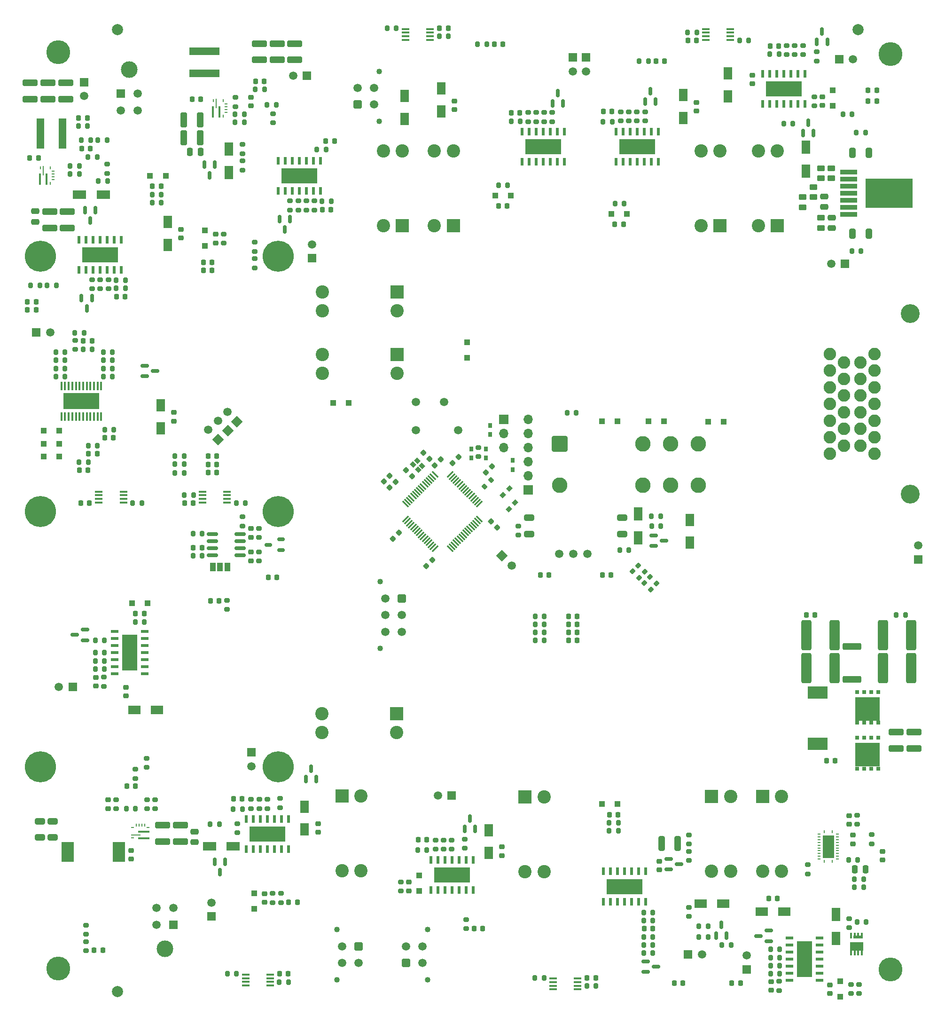
<source format=gbr>
%TF.GenerationSoftware,KiCad,Pcbnew,8.0.5*%
%TF.CreationDate,2025-02-10T13:32:10+01:00*%
%TF.ProjectId,FT25_PDU,46543235-5f50-4445-952e-6b696361645f,V1.2*%
%TF.SameCoordinates,Original*%
%TF.FileFunction,Soldermask,Top*%
%TF.FilePolarity,Negative*%
%FSLAX46Y46*%
G04 Gerber Fmt 4.6, Leading zero omitted, Abs format (unit mm)*
G04 Created by KiCad (PCBNEW 8.0.5) date 2025-02-10 13:32:10*
%MOMM*%
%LPD*%
G01*
G04 APERTURE LIST*
G04 Aperture macros list*
%AMRoundRect*
0 Rectangle with rounded corners*
0 $1 Rounding radius*
0 $2 $3 $4 $5 $6 $7 $8 $9 X,Y pos of 4 corners*
0 Add a 4 corners polygon primitive as box body*
4,1,4,$2,$3,$4,$5,$6,$7,$8,$9,$2,$3,0*
0 Add four circle primitives for the rounded corners*
1,1,$1+$1,$2,$3*
1,1,$1+$1,$4,$5*
1,1,$1+$1,$6,$7*
1,1,$1+$1,$8,$9*
0 Add four rect primitives between the rounded corners*
20,1,$1+$1,$2,$3,$4,$5,0*
20,1,$1+$1,$4,$5,$6,$7,0*
20,1,$1+$1,$6,$7,$8,$9,0*
20,1,$1+$1,$8,$9,$2,$3,0*%
%AMRotRect*
0 Rectangle, with rotation*
0 The origin of the aperture is its center*
0 $1 length*
0 $2 width*
0 $3 Rotation angle, in degrees counterclockwise*
0 Add horizontal line*
21,1,$1,$2,0,0,$3*%
G04 Aperture macros list end*
%ADD10R,1.500000X1.500000*%
%ADD11C,1.500000*%
%ADD12RoundRect,0.200000X0.275000X-0.200000X0.275000X0.200000X-0.275000X0.200000X-0.275000X-0.200000X0*%
%ADD13RoundRect,0.200000X-0.275000X0.200000X-0.275000X-0.200000X0.275000X-0.200000X0.275000X0.200000X0*%
%ADD14RoundRect,0.250000X1.100000X-0.325000X1.100000X0.325000X-1.100000X0.325000X-1.100000X-0.325000X0*%
%ADD15R,0.507200X1.456100*%
%ADD16R,6.502400X2.743200*%
%ADD17R,1.550000X2.200000*%
%ADD18RoundRect,0.200000X-0.200000X-0.275000X0.200000X-0.275000X0.200000X0.275000X-0.200000X0.275000X0*%
%ADD19RoundRect,0.150000X-0.150000X0.587500X-0.150000X-0.587500X0.150000X-0.587500X0.150000X0.587500X0*%
%ADD20RoundRect,0.150000X0.150000X-0.587500X0.150000X0.587500X-0.150000X0.587500X-0.150000X-0.587500X0*%
%ADD21RoundRect,0.250000X0.325000X1.100000X-0.325000X1.100000X-0.325000X-1.100000X0.325000X-1.100000X0*%
%ADD22RoundRect,0.218750X0.218750X0.256250X-0.218750X0.256250X-0.218750X-0.256250X0.218750X-0.256250X0*%
%ADD23R,0.800000X0.860000*%
%ADD24RoundRect,0.250000X0.300000X0.300000X-0.300000X0.300000X-0.300000X-0.300000X0.300000X-0.300000X0*%
%ADD25C,5.600000*%
%ADD26R,2.400000X2.400000*%
%ADD27C,2.400000*%
%ADD28RoundRect,0.225000X-0.250000X0.225000X-0.250000X-0.225000X0.250000X-0.225000X0.250000X0.225000X0*%
%ADD29C,4.300000*%
%ADD30RoundRect,0.250000X-0.300000X0.300000X-0.300000X-0.300000X0.300000X-0.300000X0.300000X0.300000X0*%
%ADD31RoundRect,0.225000X0.225000X0.250000X-0.225000X0.250000X-0.225000X-0.250000X0.225000X-0.250000X0*%
%ADD32R,1.550000X2.350000*%
%ADD33RoundRect,0.250000X-0.650000X0.325000X-0.650000X-0.325000X0.650000X-0.325000X0.650000X0.325000X0*%
%ADD34RoundRect,0.225000X0.250000X-0.225000X0.250000X0.225000X-0.250000X0.225000X-0.250000X-0.225000X0*%
%ADD35RoundRect,0.225000X-0.225000X-0.250000X0.225000X-0.250000X0.225000X0.250000X-0.225000X0.250000X0*%
%ADD36RoundRect,0.200000X0.200000X0.275000X-0.200000X0.275000X-0.200000X-0.275000X0.200000X-0.275000X0*%
%ADD37C,1.020000*%
%ADD38RoundRect,0.250001X0.499999X-0.499999X0.499999X0.499999X-0.499999X0.499999X-0.499999X-0.499999X0*%
%ADD39R,2.200000X1.550000*%
%ADD40RoundRect,0.250000X-0.450000X0.262500X-0.450000X-0.262500X0.450000X-0.262500X0.450000X0.262500X0*%
%ADD41RoundRect,0.150000X0.587500X0.150000X-0.587500X0.150000X-0.587500X-0.150000X0.587500X-0.150000X0*%
%ADD42R,2.350000X1.550000*%
%ADD43RotRect,1.500000X1.500000X135.000000*%
%ADD44RoundRect,0.150000X0.512500X0.150000X-0.512500X0.150000X-0.512500X-0.150000X0.512500X-0.150000X0*%
%ADD45RoundRect,0.250000X-0.475000X0.250000X-0.475000X-0.250000X0.475000X-0.250000X0.475000X0.250000X0*%
%ADD46RotRect,0.800000X0.860000X315.000000*%
%ADD47RoundRect,0.225000X0.017678X-0.335876X0.335876X-0.017678X-0.017678X0.335876X-0.335876X0.017678X0*%
%ADD48C,3.000000*%
%ADD49R,1.520000X1.520000*%
%ADD50C,1.520000*%
%ADD51RoundRect,0.250000X0.450000X-0.262500X0.450000X0.262500X-0.450000X0.262500X-0.450000X-0.262500X0*%
%ADD52RoundRect,0.250000X-0.650000X-2.450000X0.650000X-2.450000X0.650000X2.450000X-0.650000X2.450000X0*%
%ADD53RoundRect,0.250000X0.650000X-0.325000X0.650000X0.325000X-0.650000X0.325000X-0.650000X-0.325000X0*%
%ADD54RoundRect,0.250000X0.300000X-0.300000X0.300000X0.300000X-0.300000X0.300000X-0.300000X-0.300000X0*%
%ADD55RoundRect,0.150000X-0.587500X-0.150000X0.587500X-0.150000X0.587500X0.150000X-0.587500X0.150000X0*%
%ADD56R,1.456100X0.507200*%
%ADD57R,2.743200X6.502400*%
%ADD58RoundRect,0.250000X-0.325000X-0.650000X0.325000X-0.650000X0.325000X0.650000X-0.325000X0.650000X0*%
%ADD59R,1.000000X1.500000*%
%ADD60R,0.600000X0.250000*%
%ADD61R,0.250000X0.600000*%
%ADD62R,0.250000X1.700000*%
%ADD63R,0.400000X2.100000*%
%ADD64RoundRect,0.200000X0.335876X0.053033X0.053033X0.335876X-0.335876X-0.053033X-0.053033X-0.335876X0*%
%ADD65C,3.400000*%
%ADD66C,2.250000*%
%ADD67RoundRect,0.250000X0.250000X0.475000X-0.250000X0.475000X-0.250000X-0.475000X0.250000X-0.475000X0*%
%ADD68R,1.475000X0.450000*%
%ADD69RotRect,1.500000X1.500000X315.000000*%
%ADD70RoundRect,0.218750X-0.218750X-0.256250X0.218750X-0.256250X0.218750X0.256250X-0.218750X0.256250X0*%
%ADD71RoundRect,0.225000X-0.017678X0.335876X-0.335876X0.017678X0.017678X-0.335876X0.335876X-0.017678X0*%
%ADD72RoundRect,0.075000X-0.548008X0.441942X0.441942X-0.548008X0.548008X-0.441942X-0.441942X0.548008X0*%
%ADD73RoundRect,0.075000X-0.548008X-0.441942X-0.441942X-0.548008X0.548008X0.441942X0.441942X0.548008X0*%
%ADD74R,1.450000X5.500000*%
%ADD75R,0.381000X1.016000*%
%ADD76R,2.360000X1.522000*%
%ADD77R,1.701800X0.611400*%
%ADD78RoundRect,0.250000X-1.100000X0.325000X-1.100000X-0.325000X1.100000X-0.325000X1.100000X0.325000X0*%
%ADD79RoundRect,0.225000X-0.335876X-0.017678X-0.017678X-0.335876X0.335876X0.017678X0.017678X0.335876X0*%
%ADD80R,1.700000X1.700000*%
%ADD81O,1.700000X1.700000*%
%ADD82R,0.675000X0.750000*%
%ADD83R,0.675000X0.655000*%
%ADD84R,0.655000X0.675000*%
%ADD85R,4.510000X4.295000*%
%ADD86RoundRect,0.250000X1.425000X-0.362500X1.425000X0.362500X-1.425000X0.362500X-1.425000X-0.362500X0*%
%ADD87C,2.000000*%
%ADD88RotRect,0.875000X0.775000X135.000000*%
%ADD89RoundRect,0.250000X0.475000X-0.250000X0.475000X0.250000X-0.475000X0.250000X-0.475000X-0.250000X0*%
%ADD90RoundRect,0.225000X0.335876X0.017678X0.017678X0.335876X-0.335876X-0.017678X-0.017678X-0.335876X0*%
%ADD91C,2.800000*%
%ADD92RoundRect,0.250000X-1.150000X-1.150000X1.150000X-1.150000X1.150000X1.150000X-1.150000X1.150000X0*%
%ADD93R,0.450000X1.525000*%
%ADD94R,6.500000X2.870000*%
%ADD95RoundRect,0.250000X0.312500X1.075000X-0.312500X1.075000X-0.312500X-1.075000X0.312500X-1.075000X0*%
%ADD96R,2.300000X3.600000*%
%ADD97R,3.060000X0.890000*%
%ADD98R,8.540000X5.350000*%
%ADD99RoundRect,0.250001X-0.499999X0.499999X-0.499999X-0.499999X0.499999X-0.499999X0.499999X0.499999X0*%
%ADD100R,1.700000X0.250000*%
%ADD101R,2.100000X0.400000*%
%ADD102R,5.500000X1.450000*%
%ADD103R,3.600000X2.300000*%
%ADD104RoundRect,0.250000X-0.250000X-0.475000X0.250000X-0.475000X0.250000X0.475000X-0.250000X0.475000X0*%
%ADD105R,2.100000X4.100000*%
%ADD106RoundRect,0.150000X-0.825000X-0.150000X0.825000X-0.150000X0.825000X0.150000X-0.825000X0.150000X0*%
%ADD107RoundRect,0.250000X-0.300000X-0.300000X0.300000X-0.300000X0.300000X0.300000X-0.300000X0.300000X0*%
%ADD108RoundRect,0.250000X0.650000X2.450000X-0.650000X2.450000X-0.650000X-2.450000X0.650000X-2.450000X0*%
%ADD109RoundRect,0.200000X-0.053033X0.335876X-0.335876X0.053033X0.053033X-0.335876X0.335876X-0.053033X0*%
G04 APERTURE END LIST*
D10*
%TO.C,TP2*%
X165320000Y-98460000D03*
D11*
X165320000Y-95960000D03*
%TD*%
D12*
%TO.C,R38*%
X161375000Y-89780000D03*
X161375000Y-88130000D03*
%TD*%
D13*
%TO.C,R75*%
X128645000Y-102310000D03*
X128645000Y-103960000D03*
%TD*%
D14*
%TO.C,C87*%
X162225000Y-62750000D03*
X162225000Y-59800000D03*
%TD*%
D15*
%TO.C,IC2*%
X159209000Y-86371749D03*
X160479000Y-86371749D03*
X161749000Y-86371749D03*
X163019000Y-86371749D03*
X164289000Y-86371749D03*
X165559000Y-86371749D03*
X166829000Y-86371749D03*
X166829000Y-80927849D03*
X165559000Y-80927849D03*
X164289000Y-80927849D03*
X163019000Y-80927849D03*
X161749000Y-80927849D03*
X160479000Y-80927849D03*
X159209000Y-80927849D03*
D16*
X163019000Y-83649799D03*
%TD*%
D17*
%TO.C,D35*%
X139345000Y-91945000D03*
X139345000Y-96045000D03*
%TD*%
D18*
%TO.C,R171*%
X121730000Y-83275000D03*
X123380000Y-83275000D03*
%TD*%
D19*
%TO.C,D36*%
X125700000Y-105597500D03*
X123800000Y-105597500D03*
X124750000Y-107472500D03*
%TD*%
D20*
%TO.C,D32*%
X164190000Y-192252498D03*
X166090000Y-192252498D03*
X165140000Y-190377498D03*
%TD*%
D12*
%TO.C,R132*%
X135615001Y-197600000D03*
X135615001Y-195950000D03*
%TD*%
D18*
%TO.C,R157*%
X155090000Y-68065000D03*
X156740000Y-68065000D03*
%TD*%
D21*
%TO.C,C81*%
X145160000Y-76725000D03*
X142210000Y-76725000D03*
%TD*%
D13*
%TO.C,R128*%
X135545001Y-188490000D03*
X135545001Y-190140000D03*
%TD*%
D22*
%TO.C,D66*%
X267082500Y-70155000D03*
X265507500Y-70155000D03*
%TD*%
D18*
%TO.C,R172*%
X126760000Y-77225000D03*
X128410000Y-77225000D03*
%TD*%
D23*
%TO.C,D2*%
X193990000Y-132805000D03*
X193990000Y-134445000D03*
%TD*%
D24*
%TO.C,D70*%
X220339999Y-127854999D03*
X217540001Y-127854999D03*
%TD*%
D10*
%TO.C,TP13*%
X147190001Y-216990000D03*
D11*
X147190001Y-214490000D03*
%TD*%
D18*
%TO.C,R131*%
X146980000Y-200415000D03*
X148630000Y-200415000D03*
%TD*%
D10*
%TO.C,TP14*%
X261380000Y-99440000D03*
D11*
X258880000Y-99440000D03*
%TD*%
D25*
%TO.C,REF\u002A\u002A*%
X116410000Y-144080000D03*
%TD*%
D13*
%TO.C,R92*%
X254645000Y-207690000D03*
X254645000Y-209340000D03*
%TD*%
D26*
%TO.C,H12*%
X180580000Y-180485000D03*
D27*
X180580000Y-183885000D03*
X167110000Y-180485000D03*
X167110000Y-183885000D03*
%TD*%
D18*
%TO.C,R139*%
X263380001Y-75855000D03*
X265030001Y-75855000D03*
%TD*%
D28*
%TO.C,C37*%
X156795000Y-212900001D03*
X156795000Y-214450001D03*
%TD*%
D18*
%TO.C,R20*%
X119180477Y-118297452D03*
X120830477Y-118297452D03*
%TD*%
D29*
%TO.C,H4*%
X119575000Y-226345000D03*
%TD*%
D14*
%TO.C,C67*%
X138414747Y-203538428D03*
X138414747Y-200588428D03*
%TD*%
D30*
%TO.C,D17*%
X146065000Y-93480000D03*
X146065000Y-96280000D03*
%TD*%
D31*
%TO.C,C35*%
X185980000Y-203145000D03*
X184430000Y-203145000D03*
%TD*%
D18*
%TO.C,R111*%
X225100000Y-220675000D03*
X226750000Y-220675000D03*
%TD*%
D12*
%TO.C,R151*%
X154995000Y-100190000D03*
X154995000Y-98540000D03*
%TD*%
D18*
%TO.C,R31*%
X247950000Y-222935000D03*
X249600000Y-222935000D03*
%TD*%
D22*
%TO.C,D7*%
X213122500Y-167295000D03*
X211547500Y-167295000D03*
%TD*%
D32*
%TO.C,D65*%
X254335000Y-82740000D03*
X254335000Y-78440000D03*
%TD*%
D33*
%TO.C,C60*%
X221205000Y-145200000D03*
X221205000Y-148150000D03*
%TD*%
D12*
%TO.C,R55*%
X250845000Y-61809999D03*
X250845000Y-60159999D03*
%TD*%
D31*
%TO.C,C59*%
X125210000Y-142575000D03*
X123660000Y-142575000D03*
%TD*%
D18*
%TO.C,R28*%
X188233000Y-58485000D03*
X189883000Y-58485000D03*
%TD*%
D34*
%TO.C,C36*%
X166425000Y-201809999D03*
X166425000Y-200259999D03*
%TD*%
D13*
%TO.C,R117*%
X202525000Y-146680000D03*
X202525000Y-148330000D03*
%TD*%
D35*
%TO.C,C40*%
X136560000Y-85505000D03*
X138110000Y-85505000D03*
%TD*%
D36*
%TO.C,R58*%
X249460001Y-61734999D03*
X247810001Y-61734999D03*
%TD*%
D15*
%TO.C,IC3*%
X227711000Y-75638250D03*
X226441000Y-75638250D03*
X225171000Y-75638250D03*
X223901000Y-75638250D03*
X222631000Y-75638250D03*
X221361000Y-75638250D03*
X220091000Y-75638250D03*
X220091000Y-81082150D03*
X221361000Y-81082150D03*
X222631000Y-81082150D03*
X223901000Y-81082150D03*
X225171000Y-81082150D03*
X226441000Y-81082150D03*
X227711000Y-81082150D03*
D16*
X223901000Y-78360200D03*
%TD*%
D17*
%TO.C,D15*%
X182037559Y-69250000D03*
X182037559Y-73350000D03*
%TD*%
D13*
%TO.C,R129*%
X133455000Y-190480000D03*
X133455000Y-192130000D03*
%TD*%
D36*
%TO.C,R34*%
X249600000Y-227315000D03*
X247950000Y-227315000D03*
%TD*%
D25*
%TO.C,REF\u002A\u002A*%
X116410000Y-190080000D03*
%TD*%
D18*
%TO.C,R142*%
X123350000Y-135165000D03*
X125000000Y-135165000D03*
%TD*%
%TO.C,R159*%
X151470000Y-72545000D03*
X153120000Y-72545000D03*
%TD*%
D37*
%TO.C,J5*%
X177445000Y-73795000D03*
X177445000Y-64795000D03*
D38*
X173505000Y-70795000D03*
D11*
X173505000Y-67795000D03*
X176505000Y-70795000D03*
X176505000Y-67795000D03*
%TD*%
D36*
%TO.C,R50*%
X221580000Y-88595000D03*
X219930000Y-88595000D03*
%TD*%
D39*
%TO.C,D11*%
X246345000Y-216165000D03*
X250445000Y-216165000D03*
%TD*%
D40*
%TO.C,R135*%
X258905000Y-82229354D03*
X258905000Y-84054354D03*
%TD*%
D23*
%TO.C,D6*%
X201440000Y-136515000D03*
X201440000Y-134875000D03*
%TD*%
D36*
%TO.C,R94*%
X264690000Y-211725000D03*
X263040000Y-211725000D03*
%TD*%
D18*
%TO.C,R80*%
X126280000Y-167245000D03*
X127930000Y-167245000D03*
%TD*%
%TO.C,R124*%
X195170001Y-59895000D03*
X196820001Y-59895000D03*
%TD*%
D35*
%TO.C,C58*%
X124113529Y-113339864D03*
X125663529Y-113339864D03*
%TD*%
D12*
%TO.C,R3*%
X152815001Y-146670000D03*
X152815001Y-145020000D03*
%TD*%
D36*
%TO.C,R22*%
X143967000Y-141115000D03*
X142317000Y-141115000D03*
%TD*%
%TO.C,R91*%
X264690000Y-210265000D03*
X263040000Y-210265000D03*
%TD*%
D10*
%TO.C,TP12*%
X212339141Y-62292342D03*
D11*
X212339141Y-64792342D03*
%TD*%
D13*
%TO.C,R40*%
X164295000Y-88130000D03*
X164295000Y-89780000D03*
%TD*%
D41*
%TO.C,D12*%
X247652500Y-221450000D03*
X247652500Y-219550000D03*
X245777500Y-220500000D03*
%TD*%
D24*
%TO.C,D77*%
X171929999Y-124525000D03*
X169130001Y-124525000D03*
%TD*%
D42*
%TO.C,D63*%
X146840000Y-204365000D03*
X151140000Y-204365000D03*
%TD*%
D12*
%TO.C,R133*%
X137075000Y-197600000D03*
X137075000Y-195950000D03*
%TD*%
D13*
%TO.C,R120*%
X208614140Y-72222341D03*
X208614140Y-73872341D03*
%TD*%
D12*
%TO.C,R67*%
X157265000Y-197550000D03*
X157265000Y-195900000D03*
%TD*%
D24*
%TO.C,D48*%
X119750000Y-131855000D03*
X116950000Y-131855000D03*
%TD*%
D18*
%TO.C,R16*%
X205530000Y-164375000D03*
X207180000Y-164375000D03*
%TD*%
D13*
%TO.C,R39*%
X162835000Y-88130000D03*
X162835000Y-89780000D03*
%TD*%
D18*
%TO.C,R14*%
X205530000Y-167295000D03*
X207180000Y-167295000D03*
%TD*%
D42*
%TO.C,D72*%
X123429999Y-87035000D03*
X127730001Y-87035000D03*
%TD*%
D35*
%TO.C,C70*%
X131930000Y-193525000D03*
X133480000Y-193525000D03*
%TD*%
D17*
%TO.C,D27*%
X197145000Y-201465001D03*
X197145000Y-205565001D03*
%TD*%
D13*
%TO.C,R35*%
X263865000Y-229250000D03*
X263865000Y-230900000D03*
%TD*%
D31*
%TO.C,C57*%
X226700000Y-219215000D03*
X225150000Y-219215000D03*
%TD*%
%TO.C,C79*%
X145280000Y-69785000D03*
X143730000Y-69785000D03*
%TD*%
D19*
%TO.C,D16*%
X161350000Y-91417499D03*
X159450000Y-91417499D03*
X160400000Y-93292499D03*
%TD*%
D11*
%TO.C,K2*%
X189130000Y-124340000D03*
X184050000Y-124340000D03*
X191670000Y-129420000D03*
X184050000Y-129420000D03*
%TD*%
D20*
%TO.C,Q4*%
X254745000Y-74062499D03*
X253795000Y-75937500D03*
X255695000Y-75937500D03*
%TD*%
D43*
%TO.C,TP17*%
X151820000Y-127900000D03*
D11*
X150052233Y-126132233D03*
%TD*%
D26*
%TO.C,H15*%
X180629999Y-115825000D03*
D27*
X180629999Y-119225000D03*
X167159999Y-115825000D03*
X167159999Y-119225000D03*
%TD*%
D44*
%TO.C,D1*%
X159722500Y-150999999D03*
X159722500Y-149100001D03*
X157447500Y-150050000D03*
%TD*%
D18*
%TO.C,R49*%
X224280000Y-62985000D03*
X225930000Y-62985000D03*
%TD*%
D35*
%TO.C,C45*%
X258040000Y-188985000D03*
X259590000Y-188985000D03*
%TD*%
D24*
%TO.C,D49*%
X119750000Y-134155000D03*
X116950000Y-134155000D03*
%TD*%
D22*
%TO.C,D54*%
X232142500Y-228995000D03*
X230567500Y-228995000D03*
%TD*%
D28*
%TO.C,C46*%
X262115000Y-198820000D03*
X262115000Y-200370000D03*
%TD*%
D35*
%TO.C,C95*%
X123850000Y-78685000D03*
X125400000Y-78685000D03*
%TD*%
D10*
%TO.C,TP4*%
X260299999Y-62600000D03*
D11*
X262799999Y-62600000D03*
%TD*%
D24*
%TO.C,D47*%
X119750000Y-129555000D03*
X116950000Y-129555000D03*
%TD*%
D36*
%TO.C,R83*%
X127910000Y-172475000D03*
X126260000Y-172475000D03*
%TD*%
D12*
%TO.C,R152*%
X158275000Y-74080000D03*
X158275000Y-72430000D03*
%TD*%
D45*
%TO.C,C94*%
X115465000Y-89995000D03*
X115465000Y-91895000D03*
%TD*%
D36*
%TO.C,R145*%
X129370000Y-118294999D03*
X127720000Y-118294999D03*
%TD*%
D12*
%TO.C,R170*%
X128414999Y-83170000D03*
X128414999Y-81520000D03*
%TD*%
D13*
%TO.C,R41*%
X165755000Y-88130000D03*
X165755000Y-89780000D03*
%TD*%
D46*
%TO.C,D4*%
X201931353Y-142505926D03*
X200771697Y-143665582D03*
%TD*%
D47*
%TO.C,C6*%
X179932703Y-148977800D03*
X181028719Y-147881784D03*
%TD*%
D36*
%TO.C,R116*%
X222430000Y-151015000D03*
X220780000Y-151015000D03*
%TD*%
D15*
%TO.C,IC6*%
X161111000Y-199448250D03*
X159841000Y-199448250D03*
X158571000Y-199448250D03*
X157301000Y-199448250D03*
X156031000Y-199448250D03*
X154761000Y-199448250D03*
X153491000Y-199448250D03*
X153491000Y-204892150D03*
X154761000Y-204892150D03*
X156031000Y-204892150D03*
X157301000Y-204892150D03*
X158571000Y-204892150D03*
X159841000Y-204892150D03*
X161111000Y-204892150D03*
D16*
X157301000Y-202170200D03*
%TD*%
D36*
%TO.C,R72*%
X152790000Y-197664999D03*
X151140000Y-197664999D03*
%TD*%
D28*
%TO.C,C44*%
X126365000Y-173930001D03*
X126365000Y-175480001D03*
%TD*%
D34*
%TO.C,C11*%
X154334999Y-152940001D03*
X154334999Y-151390001D03*
%TD*%
D36*
%TO.C,R113*%
X220520000Y-200105000D03*
X218870000Y-200105000D03*
%TD*%
D41*
%TO.C,D40*%
X124442500Y-167240001D03*
X124442500Y-165340001D03*
X122567499Y-166290001D03*
%TD*%
D48*
%TO.C,J9*%
X132379500Y-64505800D03*
D49*
X130879500Y-68825800D03*
D50*
X133879500Y-68825800D03*
X130879500Y-71825800D03*
X133879500Y-71825800D03*
%TD*%
D18*
%TO.C,R143*%
X125000000Y-132235000D03*
X126650000Y-132235000D03*
%TD*%
%TO.C,R21*%
X151683000Y-142575000D03*
X153333000Y-142575000D03*
%TD*%
D47*
%TO.C,C4*%
X185942530Y-153892947D03*
X187038546Y-152796931D03*
%TD*%
D31*
%TO.C,C64*%
X202789140Y-72297341D03*
X201239140Y-72297341D03*
%TD*%
D36*
%TO.C,R168*%
X116270000Y-103335000D03*
X114620000Y-103335000D03*
%TD*%
D26*
%TO.C,H5*%
X246515000Y-195350000D03*
D27*
X249915000Y-195350000D03*
X246515000Y-208820000D03*
X249915000Y-208820000D03*
%TD*%
D32*
%TO.C,D43*%
X259695000Y-216660000D03*
X259695000Y-220960000D03*
%TD*%
D34*
%TO.C,C39*%
X141745000Y-94790000D03*
X141745000Y-93240000D03*
%TD*%
D51*
%TO.C,R141*%
X253745000Y-89254356D03*
X253745000Y-87429356D03*
%TD*%
D22*
%TO.C,D58*%
X208012500Y-155475000D03*
X206437500Y-155475000D03*
%TD*%
D18*
%TO.C,R173*%
X124073528Y-114829864D03*
X125723528Y-114829864D03*
%TD*%
D52*
%TO.C,C52*%
X268185832Y-172259609D03*
X273285832Y-172259609D03*
%TD*%
D14*
%TO.C,C90*%
X117725000Y-69850000D03*
X117725000Y-66900000D03*
%TD*%
D18*
%TO.C,R97*%
X119180477Y-119757452D03*
X120830477Y-119757452D03*
%TD*%
%TO.C,R79*%
X130040000Y-102415000D03*
X131690000Y-102415000D03*
%TD*%
%TO.C,R112*%
X225100000Y-217755000D03*
X226750000Y-217755000D03*
%TD*%
D34*
%TO.C,C34*%
X182785000Y-212360000D03*
X182785000Y-210810000D03*
%TD*%
D36*
%TO.C,R125*%
X200580001Y-85285000D03*
X198930001Y-85285000D03*
%TD*%
D20*
%TO.C,Q6*%
X238125000Y-220407500D03*
X240025000Y-220407500D03*
X239075000Y-218532500D03*
%TD*%
D14*
%TO.C,C91*%
X120925000Y-69850000D03*
X120925000Y-66900000D03*
%TD*%
D53*
%TO.C,C98*%
X118615000Y-202780001D03*
X118615000Y-199829999D03*
%TD*%
D18*
%TO.C,R108*%
X239160000Y-222125000D03*
X240810000Y-222125000D03*
%TD*%
D48*
%TO.C,J11*%
X138824000Y-222794200D03*
D49*
X140324000Y-218474200D03*
D50*
X137324000Y-218474200D03*
X140324000Y-215474200D03*
X137324000Y-215474200D03*
%TD*%
D25*
%TO.C,REF\u002A\u002A*%
X159210000Y-144080000D03*
%TD*%
D54*
%TO.C,D76*%
X193275000Y-116429999D03*
X193275000Y-113630001D03*
%TD*%
D10*
%TO.C,TP5*%
X190500000Y-195230000D03*
D11*
X188000000Y-195230000D03*
%TD*%
D55*
%TO.C,D52*%
X225427500Y-225080000D03*
X225427500Y-226980000D03*
X227302500Y-226030000D03*
%TD*%
D12*
%TO.C,R123*%
X204234140Y-73872341D03*
X204234140Y-72222341D03*
%TD*%
D13*
%TO.C,R156*%
X152795000Y-77990000D03*
X152795000Y-79640000D03*
%TD*%
D24*
%TO.C,D41*%
X135679999Y-160565000D03*
X132880001Y-160565000D03*
%TD*%
D18*
%TO.C,R78*%
X136510000Y-86975000D03*
X138160000Y-86975000D03*
%TD*%
D28*
%TO.C,C53*%
X268075000Y-205300000D03*
X268075000Y-206850000D03*
%TD*%
D31*
%TO.C,C24*%
X169365000Y-77372441D03*
X167815000Y-77372441D03*
%TD*%
D56*
%TO.C,IC8*%
X129778251Y-165649000D03*
X129778251Y-166919000D03*
X129778251Y-168189000D03*
X129778251Y-169459000D03*
X129778251Y-170729000D03*
X129778251Y-171999000D03*
X129778251Y-173269000D03*
X135222151Y-173269000D03*
X135222151Y-171999000D03*
X135222151Y-170729000D03*
X135222151Y-169459000D03*
X135222151Y-168189000D03*
X135222151Y-166919000D03*
X135222151Y-165649000D03*
D57*
X132500201Y-169459000D03*
%TD*%
D12*
%TO.C,R68*%
X155805000Y-197549999D03*
X155805000Y-195899999D03*
%TD*%
D19*
%TO.C,Q2*%
X148743200Y-209025501D03*
X149693200Y-207150500D03*
X147793200Y-207150500D03*
%TD*%
D29*
%TO.C,H3*%
X269575000Y-61695000D03*
%TD*%
D13*
%TO.C,R5*%
X195325000Y-132530000D03*
X195325000Y-134180000D03*
%TD*%
D18*
%TO.C,R148*%
X140640000Y-134065000D03*
X142290000Y-134065000D03*
%TD*%
D12*
%TO.C,R57*%
X255825000Y-71009999D03*
X255825000Y-69359999D03*
%TD*%
D36*
%TO.C,R134*%
X133530000Y-197555000D03*
X131880000Y-197555000D03*
%TD*%
D13*
%TO.C,R2*%
X155795000Y-151340000D03*
X155795000Y-152990000D03*
%TD*%
D58*
%TO.C,C73*%
X262719999Y-79481855D03*
X265669999Y-79481855D03*
%TD*%
D33*
%TO.C,C61*%
X204425000Y-145200000D03*
X204425000Y-148150000D03*
%TD*%
D24*
%TO.C,D71*%
X228739999Y-127855001D03*
X225940001Y-127855001D03*
%TD*%
D36*
%TO.C,R51*%
X219389999Y-73854999D03*
X217739999Y-73854999D03*
%TD*%
%TO.C,R82*%
X127910000Y-170985000D03*
X126260000Y-170985000D03*
%TD*%
D59*
%TO.C,JP1*%
X147475000Y-154095000D03*
X148775000Y-154095000D03*
X150075000Y-154095000D03*
%TD*%
D13*
%TO.C,R66*%
X159574999Y-195729999D03*
X159574999Y-197379999D03*
%TD*%
D12*
%TO.C,R130*%
X130035000Y-197610000D03*
X130035000Y-195960000D03*
%TD*%
D34*
%TO.C,C33*%
X199555000Y-206030000D03*
X199555000Y-204480000D03*
%TD*%
D60*
%TO.C,IC17*%
X149810000Y-72209999D03*
X149810000Y-71709999D03*
X149810000Y-71209999D03*
X149810000Y-70709999D03*
D61*
X149340000Y-70059999D03*
D62*
X148040000Y-70609999D03*
D61*
X147540000Y-70059999D03*
D63*
X147460000Y-72109999D03*
X148620000Y-72109999D03*
D61*
X149340000Y-72859999D03*
%TD*%
D54*
%TO.C,D25*%
X259165000Y-71040000D03*
X259165000Y-68240000D03*
%TD*%
D14*
%TO.C,C68*%
X141614747Y-203538427D03*
X141614747Y-200588427D03*
%TD*%
D64*
%TO.C,R6*%
X224244576Y-155993363D03*
X223077850Y-154826637D03*
%TD*%
D22*
%TO.C,D38*%
X115632500Y-107795000D03*
X114057500Y-107795000D03*
%TD*%
D18*
%TO.C,R101*%
X132989999Y-142575000D03*
X134639999Y-142575000D03*
%TD*%
D22*
%TO.C,D22*%
X228852500Y-62985000D03*
X227277500Y-62985000D03*
%TD*%
D55*
%TO.C,Q3*%
X228751047Y-149335951D03*
X226876046Y-148385951D03*
X226876046Y-150285951D03*
%TD*%
D13*
%TO.C,R52*%
X256244999Y-61299999D03*
X256244999Y-62949999D03*
%TD*%
D36*
%TO.C,R30*%
X234657000Y-57815001D03*
X233007000Y-57815001D03*
%TD*%
D18*
%TO.C,R167*%
X123230000Y-74645000D03*
X124880000Y-74645000D03*
%TD*%
D65*
%TO.C,J10*%
X273150000Y-140950000D03*
X273150000Y-108450000D03*
D66*
X258650000Y-133700000D03*
X258650000Y-130700000D03*
X258650000Y-127700000D03*
X258650000Y-124700000D03*
X258650000Y-121700000D03*
X258650000Y-118700000D03*
X258650000Y-115700000D03*
X261150000Y-132200000D03*
X261150000Y-129200000D03*
X261150000Y-126200000D03*
X261150000Y-123200000D03*
X261150000Y-120200000D03*
X261150000Y-117200000D03*
X264150000Y-132200000D03*
X264150000Y-129200000D03*
X264150000Y-126200000D03*
X264150000Y-123200000D03*
X264150000Y-120200000D03*
X264150000Y-117200000D03*
X266650000Y-133700000D03*
X266650000Y-130700000D03*
X266650000Y-127700000D03*
X266650000Y-124700000D03*
X266650000Y-121700000D03*
X266650000Y-118700000D03*
X266650000Y-115700000D03*
%TD*%
D67*
%TO.C,C83*%
X145245001Y-79315000D03*
X143345001Y-79315000D03*
%TD*%
D12*
%TO.C,R103*%
X233195000Y-206930000D03*
X233195000Y-205280000D03*
%TD*%
D26*
%TO.C,H14*%
X190775001Y-92620000D03*
D27*
X187375001Y-92620000D03*
X190775001Y-79150000D03*
X187375001Y-79150000D03*
%TD*%
D36*
%TO.C,R126*%
X202849141Y-73797341D03*
X201199141Y-73797341D03*
%TD*%
D13*
%TO.C,R71*%
X158255000Y-212850001D03*
X158255000Y-214500001D03*
%TD*%
D68*
%TO.C,U3*%
X131337001Y-142430002D03*
X131337001Y-141780002D03*
X131337001Y-141130002D03*
X131337001Y-140480002D03*
X126913001Y-140480002D03*
X126913001Y-141130002D03*
X126913001Y-141780002D03*
X126913001Y-142430002D03*
%TD*%
D69*
%TO.C,TP11*%
X199560553Y-152033274D03*
D11*
X201328320Y-153801041D03*
%TD*%
D22*
%TO.C,D62*%
X199742501Y-59895000D03*
X198167501Y-59895000D03*
%TD*%
D39*
%TO.C,D51*%
X239445000Y-214674999D03*
X235345000Y-214674999D03*
%TD*%
D13*
%TO.C,R42*%
X149425000Y-94100000D03*
X149425000Y-95750000D03*
%TD*%
D64*
%TO.C,R4*%
X226339429Y-158095789D03*
X225172703Y-156929063D03*
%TD*%
D70*
%TO.C,D14*%
X240937500Y-229025000D03*
X242512500Y-229025000D03*
%TD*%
D71*
%TO.C,C3*%
X188530018Y-134654210D03*
X187434002Y-135750226D03*
%TD*%
D54*
%TO.C,D29*%
X184665000Y-212440001D03*
X184665000Y-209640001D03*
%TD*%
D72*
%TO.C,U2*%
X187473819Y-137425519D03*
X187120266Y-137779072D03*
X186766713Y-138132625D03*
X186413159Y-138486179D03*
X186059606Y-138839732D03*
X185706052Y-139193286D03*
X185352499Y-139546839D03*
X184998946Y-139900392D03*
X184645392Y-140253946D03*
X184291839Y-140607499D03*
X183938286Y-140961052D03*
X183584732Y-141314606D03*
X183231179Y-141668159D03*
X182877625Y-142021713D03*
X182524072Y-142375266D03*
X182170519Y-142728819D03*
D73*
X182170519Y-145451181D03*
X182524072Y-145804734D03*
X182877625Y-146158287D03*
X183231179Y-146511841D03*
X183584732Y-146865394D03*
X183938286Y-147218948D03*
X184291839Y-147572501D03*
X184645392Y-147926054D03*
X184998946Y-148279608D03*
X185352499Y-148633161D03*
X185706052Y-148986714D03*
X186059606Y-149340268D03*
X186413159Y-149693821D03*
X186766713Y-150047375D03*
X187120266Y-150400928D03*
X187473819Y-150754481D03*
D72*
X190196181Y-150754481D03*
X190549734Y-150400928D03*
X190903287Y-150047375D03*
X191256841Y-149693821D03*
X191610394Y-149340268D03*
X191963948Y-148986714D03*
X192317501Y-148633161D03*
X192671054Y-148279608D03*
X193024608Y-147926054D03*
X193378161Y-147572501D03*
X193731714Y-147218948D03*
X194085268Y-146865394D03*
X194438821Y-146511841D03*
X194792375Y-146158287D03*
X195145928Y-145804734D03*
X195499481Y-145451181D03*
D73*
X195499481Y-142728819D03*
X195145928Y-142375266D03*
X194792375Y-142021713D03*
X194438821Y-141668159D03*
X194085268Y-141314606D03*
X193731714Y-140961052D03*
X193378161Y-140607499D03*
X193024608Y-140253946D03*
X192671054Y-139900392D03*
X192317501Y-139546839D03*
X191963948Y-139193286D03*
X191610394Y-138839732D03*
X191256841Y-138486179D03*
X190903287Y-138132625D03*
X190549734Y-137779072D03*
X190196181Y-137425519D03*
%TD*%
D12*
%TO.C,R46*%
X223865000Y-73740000D03*
X223865000Y-72090000D03*
%TD*%
D13*
%TO.C,R160*%
X152795000Y-80950000D03*
X152795000Y-82600000D03*
%TD*%
%TO.C,R74*%
X127185000Y-102310000D03*
X127185000Y-103960000D03*
%TD*%
D53*
%TO.C,C66*%
X116314746Y-202788428D03*
X116314746Y-199838428D03*
%TD*%
D13*
%TO.C,R102*%
X233265000Y-215360000D03*
X233265000Y-217010000D03*
%TD*%
D26*
%TO.C,H7*%
X238835000Y-92630000D03*
D27*
X235435000Y-92630000D03*
X238835000Y-79160000D03*
X235435000Y-79160000D03*
%TD*%
D14*
%TO.C,C97*%
X273785000Y-186720001D03*
X273785000Y-183769999D03*
%TD*%
D74*
%TO.C,L4*%
X116375000Y-76000000D03*
X120375000Y-76000000D03*
%TD*%
D31*
%TO.C,C16*%
X143917000Y-142575000D03*
X142367000Y-142575000D03*
%TD*%
D71*
%TO.C,C7*%
X191705582Y-134284210D03*
X190609566Y-135380226D03*
%TD*%
D18*
%TO.C,R43*%
X166210000Y-78875000D03*
X167860000Y-78875000D03*
%TD*%
D22*
%TO.C,D18*%
X147322500Y-100625000D03*
X145747500Y-100625000D03*
%TD*%
D35*
%TO.C,C96*%
X123280000Y-73185000D03*
X124830000Y-73185000D03*
%TD*%
D64*
%TO.C,R8*%
X227388363Y-157038363D03*
X226221637Y-155871637D03*
%TD*%
D36*
%TO.C,R155*%
X265170000Y-218014999D03*
X263520000Y-218014999D03*
%TD*%
D15*
%TO.C,IC5*%
X194351000Y-206788251D03*
X193081000Y-206788251D03*
X191811000Y-206788251D03*
X190541000Y-206788251D03*
X189271000Y-206788251D03*
X188001000Y-206788251D03*
X186731000Y-206788251D03*
X186731000Y-212232151D03*
X188001000Y-212232151D03*
X189271000Y-212232151D03*
X190541000Y-212232151D03*
X191811000Y-212232151D03*
X193081000Y-212232151D03*
X194351000Y-212232151D03*
D16*
X190541000Y-209510201D03*
%TD*%
D18*
%TO.C,R119*%
X211280000Y-126325000D03*
X212930000Y-126325000D03*
%TD*%
D75*
%TO.C,Q1*%
X264407599Y-220456400D03*
X263747199Y-220456400D03*
X263086799Y-220456400D03*
X262426399Y-220456400D03*
X262426399Y-223453600D03*
X263086799Y-223453600D03*
X263747199Y-223453600D03*
X264407599Y-223453600D03*
D76*
X263416999Y-222354000D03*
D77*
X263747199Y-220658700D03*
%TD*%
D12*
%TO.C,R73*%
X125715000Y-103960000D03*
X125715000Y-102310000D03*
%TD*%
D20*
%TO.C,D28*%
X192840000Y-201262499D03*
X194740000Y-201262499D03*
X193790000Y-199387499D03*
%TD*%
D78*
%TO.C,C93*%
X118045000Y-90070000D03*
X118045000Y-93020000D03*
%TD*%
D40*
%TO.C,R140*%
X255670000Y-85619998D03*
X255670000Y-87444998D03*
%TD*%
D12*
%TO.C,R100*%
X122678529Y-114902072D03*
X122678529Y-113252072D03*
%TD*%
D18*
%TO.C,R76*%
X130040000Y-103885000D03*
X131690000Y-103885000D03*
%TD*%
D79*
%TO.C,C14*%
X185367347Y-133498855D03*
X186463363Y-134594871D03*
%TD*%
D80*
%TO.C,J2*%
X199865000Y-127465000D03*
D81*
X199865000Y-130005000D03*
X199865000Y-132545000D03*
%TD*%
D25*
%TO.C,REF\u002A\u002A*%
X116410000Y-98080000D03*
%TD*%
D10*
%TO.C,TP6*%
X154370000Y-187430000D03*
D11*
X154370000Y-189930000D03*
%TD*%
D15*
%TO.C,IC10*%
X217789001Y-214331749D03*
X219059001Y-214331749D03*
X220329001Y-214331749D03*
X221599001Y-214331749D03*
X222869001Y-214331749D03*
X224139001Y-214331749D03*
X225409001Y-214331749D03*
X225409001Y-208887849D03*
X224139001Y-208887849D03*
X222869001Y-208887849D03*
X221599001Y-208887849D03*
X220329001Y-208887849D03*
X219059001Y-208887849D03*
X217789001Y-208887849D03*
D16*
X221599001Y-211609799D03*
%TD*%
D22*
%TO.C,D50*%
X148152500Y-137085000D03*
X146577500Y-137085000D03*
%TD*%
D18*
%TO.C,R106*%
X235050000Y-220665000D03*
X236700000Y-220665000D03*
%TD*%
D68*
%TO.C,U4*%
X150034000Y-142430000D03*
X150034000Y-141780000D03*
X150034000Y-141130000D03*
X150034000Y-140480000D03*
X145610000Y-140480000D03*
X145610000Y-141130000D03*
X145610000Y-141780000D03*
X145610000Y-142430000D03*
%TD*%
D13*
%TO.C,R86*%
X127845000Y-173890000D03*
X127845000Y-175540000D03*
%TD*%
D82*
%TO.C,IC16*%
X267338023Y-176607583D03*
X266068023Y-176607583D03*
X264798023Y-176607583D03*
X263528023Y-176607583D03*
D83*
X263517023Y-182117583D03*
D84*
X264798023Y-182117583D03*
X266068023Y-182117583D03*
X267353023Y-182117583D03*
D85*
X265433023Y-179647583D03*
%TD*%
D70*
%TO.C,D57*%
X217637500Y-155475000D03*
X219212500Y-155475000D03*
%TD*%
D29*
%TO.C,H2*%
X269575000Y-226545000D03*
%TD*%
D86*
%TO.C,R87*%
X262595416Y-174322525D03*
X262595416Y-168397525D03*
%TD*%
D31*
%TO.C,C28*%
X221430000Y-92365000D03*
X219880000Y-92365000D03*
%TD*%
D87*
%TO.C,REF\u002A\u002A*%
X130300000Y-57300000D03*
%TD*%
D18*
%TO.C,R77*%
X136510000Y-88435000D03*
X138160000Y-88435000D03*
%TD*%
D26*
%TO.C,H6*%
X181585000Y-92620000D03*
D27*
X178185000Y-92620000D03*
X181585000Y-79150000D03*
X178185000Y-79150000D03*
%TD*%
D31*
%TO.C,C29*%
X219340000Y-71994999D03*
X217790000Y-71994999D03*
%TD*%
D88*
%TO.C,Y1*%
X184470919Y-136516102D03*
X183569358Y-135614541D03*
X184258787Y-134925112D03*
X185160348Y-135826673D03*
%TD*%
D12*
%TO.C,R84*%
X150035000Y-161710000D03*
X150035000Y-160060000D03*
%TD*%
D15*
%TO.C,IC7*%
X123319000Y-100571749D03*
X124589000Y-100571749D03*
X125859000Y-100571749D03*
X127129000Y-100571749D03*
X128399000Y-100571749D03*
X129669000Y-100571749D03*
X130939000Y-100571749D03*
X130939000Y-95127849D03*
X129669000Y-95127849D03*
X128399000Y-95127849D03*
X127129000Y-95127849D03*
X125859000Y-95127849D03*
X124589000Y-95127849D03*
X123319000Y-95127849D03*
D16*
X127129000Y-97849799D03*
%TD*%
D51*
%TO.C,R138*%
X257014999Y-93004357D03*
X257014999Y-91179357D03*
%TD*%
D18*
%TO.C,R166*%
X126845564Y-84568726D03*
X128495564Y-84568726D03*
%TD*%
D36*
%TO.C,R65*%
X186030000Y-205005000D03*
X184380000Y-205005000D03*
%TD*%
D35*
%TO.C,C10*%
X157430000Y-155915000D03*
X158980000Y-155915000D03*
%TD*%
D12*
%TO.C,R62*%
X187585000Y-204890000D03*
X187585000Y-203240000D03*
%TD*%
D32*
%TO.C,D56*%
X224100000Y-148785001D03*
X224100000Y-144484999D03*
%TD*%
D12*
%TO.C,R47*%
X222405000Y-73739999D03*
X222405000Y-72089999D03*
%TD*%
D52*
%TO.C,C51*%
X268185832Y-166359609D03*
X273285832Y-166359609D03*
%TD*%
D36*
%TO.C,R81*%
X127920000Y-169445000D03*
X126270000Y-169445000D03*
%TD*%
%TO.C,R85*%
X135110000Y-163955000D03*
X133460000Y-163955000D03*
%TD*%
D11*
%TO.C,U11*%
X214940000Y-151720000D03*
X212400000Y-151720000D03*
X209860000Y-151720000D03*
%TD*%
D89*
%TO.C,C72*%
X258945001Y-93031855D03*
X258945001Y-91131855D03*
%TD*%
D13*
%TO.C,R1*%
X155774999Y-147110000D03*
X155774999Y-148760000D03*
%TD*%
D18*
%TO.C,R104*%
X235050000Y-218715000D03*
X236700000Y-218715000D03*
%TD*%
D12*
%TO.C,R149*%
X151825000Y-201920000D03*
X151825000Y-200270000D03*
%TD*%
D23*
%TO.C,D67*%
X196650000Y-132805000D03*
X196650000Y-134445000D03*
%TD*%
D35*
%TO.C,C19*%
X188302999Y-57025000D03*
X189852999Y-57025000D03*
%TD*%
D34*
%TO.C,C31*%
X257285000Y-70959999D03*
X257285000Y-69409999D03*
%TD*%
D20*
%TO.C,D20*%
X225350001Y-70282498D03*
X227250001Y-70282498D03*
X226300001Y-68407498D03*
%TD*%
D36*
%TO.C,R33*%
X249600001Y-225855000D03*
X247950001Y-225855000D03*
%TD*%
D28*
%TO.C,C25*%
X147955000Y-94140000D03*
X147955000Y-95690000D03*
%TD*%
D36*
%TO.C,R11*%
X145529999Y-148075000D03*
X143879999Y-148075000D03*
%TD*%
D22*
%TO.C,D34*%
X162712500Y-214424999D03*
X161137500Y-214424999D03*
%TD*%
%TO.C,D9*%
X213122500Y-164375001D03*
X211547500Y-164375001D03*
%TD*%
D10*
%TO.C,TP7*%
X115640000Y-111860000D03*
D11*
X118140000Y-111860000D03*
%TD*%
D89*
%TO.C,C69*%
X144194747Y-203613427D03*
X144194747Y-201713427D03*
%TD*%
D22*
%TO.C,D69*%
X148152500Y-134105000D03*
X146577500Y-134105000D03*
%TD*%
D36*
%TO.C,R99*%
X124253528Y-111867071D03*
X122603528Y-111867071D03*
%TD*%
D87*
%TO.C,REF\u002A\u002A*%
X263700000Y-57300000D03*
%TD*%
D34*
%TO.C,C55*%
X227895000Y-208590000D03*
X227895000Y-207040000D03*
%TD*%
D55*
%TO.C,D46*%
X135147500Y-117830000D03*
X135147500Y-119730000D03*
X137022500Y-118780000D03*
%TD*%
D37*
%TO.C,J3*%
X186174201Y-228361500D03*
X186174201Y-219361500D03*
D38*
X182234201Y-225361500D03*
D11*
X182234201Y-222361500D03*
X185234201Y-225361500D03*
X185234201Y-222361500D03*
%TD*%
D90*
%TO.C,C5*%
X198657505Y-146979013D03*
X197561489Y-145882997D03*
%TD*%
D17*
%TO.C,D23*%
X240275000Y-65195000D03*
X240275000Y-69295000D03*
%TD*%
D13*
%TO.C,R105*%
X233195000Y-202320000D03*
X233195000Y-203970000D03*
%TD*%
D36*
%TO.C,R13*%
X129370000Y-119755000D03*
X127720000Y-119755000D03*
%TD*%
D13*
%TO.C,R70*%
X159715000Y-212849999D03*
X159715000Y-214499999D03*
%TD*%
D21*
%TO.C,C82*%
X145159999Y-73525000D03*
X142209999Y-73525000D03*
%TD*%
D18*
%TO.C,R56*%
X260970000Y-72555000D03*
X262620000Y-72555000D03*
%TD*%
D12*
%TO.C,R54*%
X252305000Y-61809999D03*
X252305000Y-60159999D03*
%TD*%
D68*
%TO.C,U7*%
X182166001Y-57170000D03*
X182166001Y-57820000D03*
X182166001Y-58470000D03*
X182166001Y-59120000D03*
X186590001Y-59120000D03*
X186590001Y-58470000D03*
X186590001Y-57820000D03*
X186590001Y-57170000D03*
%TD*%
D17*
%TO.C,D59*%
X188607560Y-67900001D03*
X188607560Y-72000001D03*
%TD*%
D10*
%TO.C,TP19*%
X124290000Y-66770000D03*
D11*
X124290000Y-69270000D03*
%TD*%
D91*
%TO.C,K1*%
X229929411Y-131855000D03*
X224929411Y-131855000D03*
X234929411Y-131855000D03*
X229929411Y-139355000D03*
X224929411Y-139355000D03*
X234929411Y-139355000D03*
D92*
X209929411Y-131855000D03*
D91*
X209929411Y-139355000D03*
%TD*%
D82*
%TO.C,IC15*%
X267338023Y-184837585D03*
X266068023Y-184837585D03*
X264798023Y-184837585D03*
X263528023Y-184837585D03*
D83*
X263517023Y-190347585D03*
D84*
X264798023Y-190347585D03*
X266068023Y-190347585D03*
X267353023Y-190347585D03*
D85*
X265433023Y-187877585D03*
%TD*%
D28*
%TO.C,C84*%
X154295000Y-69500000D03*
X154295000Y-71050000D03*
%TD*%
D12*
%TO.C,R122*%
X205694140Y-73872341D03*
X205694140Y-72222341D03*
%TD*%
D28*
%TO.C,C15*%
X140455000Y-126229999D03*
X140455000Y-127779999D03*
%TD*%
D35*
%TO.C,C78*%
X128000000Y-130775000D03*
X129550000Y-130775000D03*
%TD*%
D17*
%TO.C,D45*%
X138075000Y-129055001D03*
X138075000Y-124955001D03*
%TD*%
D34*
%TO.C,C27*%
X234595000Y-71929999D03*
X234595000Y-70379999D03*
%TD*%
D68*
%TO.C,U5*%
X208766000Y-228170000D03*
X208766000Y-228820000D03*
X208766000Y-229470000D03*
X208766000Y-230120000D03*
X213190000Y-230120000D03*
X213190000Y-229470000D03*
X213190000Y-228820000D03*
X213190000Y-228170000D03*
%TD*%
D31*
%TO.C,C41*%
X131640000Y-105345000D03*
X130090000Y-105345000D03*
%TD*%
D36*
%TO.C,R153*%
X158880000Y-70875000D03*
X157230000Y-70875000D03*
%TD*%
D93*
%TO.C,IC14*%
X127335000Y-121508000D03*
X126685000Y-121508000D03*
X126035000Y-121508000D03*
X125385000Y-121508000D03*
X124735000Y-121508000D03*
X124085000Y-121508000D03*
X123435000Y-121508000D03*
X122785000Y-121508000D03*
X122135000Y-121508000D03*
X121485000Y-121508000D03*
X120835000Y-121508000D03*
X120185000Y-121508000D03*
X120185000Y-126932000D03*
X120835000Y-126932000D03*
X121485000Y-126932000D03*
X122135000Y-126932000D03*
X122785000Y-126932000D03*
X123435000Y-126932000D03*
X124085000Y-126932000D03*
X124735000Y-126932000D03*
X125385000Y-126932000D03*
X126035000Y-126932000D03*
X126685000Y-126932000D03*
X127335000Y-126932000D03*
D94*
X123760000Y-124220000D03*
%TD*%
D15*
%TO.C,IC4*%
X254181000Y-65218250D03*
X252911000Y-65218250D03*
X251641000Y-65218250D03*
X250371000Y-65218250D03*
X249101000Y-65218250D03*
X247831000Y-65218250D03*
X246561000Y-65218250D03*
X246561000Y-70662150D03*
X247831000Y-70662150D03*
X249101000Y-70662150D03*
X250371000Y-70662150D03*
X251641000Y-70662150D03*
X252911000Y-70662150D03*
X254181000Y-70662150D03*
D16*
X250371000Y-67940200D03*
%TD*%
D26*
%TO.C,H11*%
X180630000Y-104545000D03*
D27*
X180630000Y-107945000D03*
X167160000Y-104545000D03*
X167160000Y-107945000D03*
%TD*%
D10*
%TO.C,TP3*%
X214665218Y-62297470D03*
D11*
X214665218Y-64797470D03*
%TD*%
D31*
%TO.C,C63*%
X200490000Y-89064999D03*
X198940000Y-89064999D03*
%TD*%
D18*
%TO.C,R15*%
X205530000Y-165835000D03*
X207180000Y-165835000D03*
%TD*%
D35*
%TO.C,C26*%
X167200000Y-89705000D03*
X168750000Y-89705000D03*
%TD*%
D12*
%TO.C,R89*%
X263575000Y-200420002D03*
X263575000Y-198770002D03*
%TD*%
D18*
%TO.C,R161*%
X151470000Y-74005000D03*
X153120000Y-74005000D03*
%TD*%
D39*
%TO.C,D39*%
X133295000Y-179825000D03*
X137395000Y-179825000D03*
%TD*%
D68*
%TO.C,U6*%
X153366001Y-227470000D03*
X153366001Y-228120000D03*
X153366001Y-228770000D03*
X153366001Y-229420000D03*
X157790001Y-229420000D03*
X157790001Y-228770000D03*
X157790001Y-228120000D03*
X157790001Y-227470000D03*
%TD*%
D17*
%TO.C,D31*%
X164015000Y-197245000D03*
X164015000Y-201345000D03*
%TD*%
D36*
%TO.C,R18*%
X129370000Y-116835000D03*
X127720000Y-116835000D03*
%TD*%
D70*
%TO.C,D44*%
X254356789Y-162664290D03*
X255931791Y-162664290D03*
%TD*%
D18*
%TO.C,R44*%
X167140000Y-88205000D03*
X168790000Y-88205000D03*
%TD*%
D70*
%TO.C,D42*%
X147007498Y-160125000D03*
X148582500Y-160125000D03*
%TD*%
D12*
%TO.C,R60*%
X190505000Y-204890001D03*
X190505000Y-203240001D03*
%TD*%
%TO.C,R162*%
X151555000Y-71160000D03*
X151555000Y-69510000D03*
%TD*%
D20*
%TO.C,D24*%
X256270000Y-59492498D03*
X258170000Y-59492498D03*
X257220000Y-57617498D03*
%TD*%
D14*
%TO.C,C89*%
X114515000Y-69850000D03*
X114515000Y-66900000D03*
%TD*%
D32*
%TO.C,D74*%
X150340000Y-78760000D03*
X150340000Y-83060002D03*
%TD*%
D95*
%TO.C,R109*%
X231217500Y-203875000D03*
X228292500Y-203875000D03*
%TD*%
D12*
%TO.C,R61*%
X189045000Y-204890000D03*
X189045000Y-203240000D03*
%TD*%
D36*
%TO.C,R164*%
X126620000Y-80215000D03*
X124970000Y-80215000D03*
%TD*%
%TO.C,R107*%
X226750000Y-223595000D03*
X225100000Y-223595000D03*
%TD*%
D31*
%TO.C,C43*%
X135070000Y-162475000D03*
X133520000Y-162475000D03*
%TD*%
D18*
%TO.C,R110*%
X225100000Y-222135000D03*
X226750000Y-222135000D03*
%TD*%
D13*
%TO.C,R63*%
X193085000Y-217560001D03*
X193085000Y-219210001D03*
%TD*%
D68*
%TO.C,U8*%
X240723999Y-59130000D03*
X240723999Y-58480000D03*
X240723999Y-57830000D03*
X240723999Y-57180000D03*
X236299999Y-57180000D03*
X236299999Y-57830000D03*
X236299999Y-58480000D03*
X236299999Y-59130000D03*
%TD*%
D30*
%TO.C,D13*%
X260515001Y-228620000D03*
X260515001Y-231420000D03*
%TD*%
D36*
%TO.C,R23*%
X207117000Y-228025000D03*
X205467000Y-228025000D03*
%TD*%
D25*
%TO.C,REF\u002A\u002A*%
X159210000Y-98080000D03*
%TD*%
D18*
%TO.C,R115*%
X225100000Y-216295000D03*
X226750000Y-216295000D03*
%TD*%
D90*
%TO.C,C13*%
X183363866Y-137685373D03*
X182267850Y-136589357D03*
%TD*%
D34*
%TO.C,C71*%
X128565000Y-197560000D03*
X128565000Y-196010000D03*
%TD*%
D18*
%TO.C,R144*%
X127950000Y-129315000D03*
X129600000Y-129315000D03*
%TD*%
D19*
%TO.C,Q8*%
X125375001Y-91687501D03*
X126325001Y-89812500D03*
X124425001Y-89812500D03*
%TD*%
D13*
%TO.C,R36*%
X262405000Y-229250000D03*
X262405000Y-230900000D03*
%TD*%
D18*
%TO.C,R24*%
X214833000Y-229485000D03*
X216483000Y-229485000D03*
%TD*%
%TO.C,R88*%
X270610000Y-162674999D03*
X272260000Y-162674999D03*
%TD*%
D96*
%TO.C,L3*%
X130538073Y-205333247D03*
X121338073Y-205333247D03*
%TD*%
D40*
%TO.C,R136*%
X257005000Y-82239354D03*
X257005000Y-84064354D03*
%TD*%
D60*
%TO.C,IC18*%
X118670000Y-84300000D03*
X118670000Y-83800000D03*
X118670000Y-83300000D03*
X118670000Y-82800000D03*
D61*
X118200000Y-82150000D03*
D62*
X116900000Y-82700000D03*
D61*
X116400000Y-82150000D03*
D63*
X116320000Y-84200000D03*
X117480000Y-84200000D03*
D61*
X118200000Y-84950000D03*
%TD*%
D14*
%TO.C,C86*%
X159024999Y-62750000D03*
X159024999Y-59800000D03*
%TD*%
D36*
%TO.C,R25*%
X151717000Y-227325001D03*
X150067000Y-227325001D03*
%TD*%
D28*
%TO.C,C42*%
X131785000Y-175730000D03*
X131785000Y-177280000D03*
%TD*%
D12*
%TO.C,R53*%
X253765000Y-61810000D03*
X253765000Y-60160000D03*
%TD*%
D31*
%TO.C,C38*%
X152740000Y-195804999D03*
X151190000Y-195804999D03*
%TD*%
D24*
%TO.C,D53*%
X220380000Y-196765000D03*
X217580000Y-196765000D03*
%TD*%
D28*
%TO.C,C22*%
X258615000Y-229300000D03*
X258615000Y-230850000D03*
%TD*%
D13*
%TO.C,R95*%
X266181213Y-202243408D03*
X266181213Y-203893408D03*
%TD*%
D14*
%TO.C,C47*%
X270579975Y-186720417D03*
X270579975Y-183770417D03*
%TD*%
D36*
%TO.C,R32*%
X249600000Y-224395000D03*
X247950000Y-224395000D03*
%TD*%
%TO.C,R98*%
X129370000Y-115375000D03*
X127720000Y-115375000D03*
%TD*%
D22*
%TO.C,D8*%
X213122500Y-165835000D03*
X211547500Y-165835000D03*
%TD*%
D97*
%TO.C,IC13*%
X262025000Y-82966854D03*
X262025000Y-84236854D03*
X262025000Y-85506854D03*
X262025000Y-86776854D03*
X262025000Y-88046854D03*
X262025000Y-89316854D03*
X262025000Y-90586854D03*
D98*
X269330000Y-86776854D03*
%TD*%
D19*
%TO.C,Q7*%
X146895000Y-83497501D03*
X147845000Y-81622500D03*
X145945000Y-81622500D03*
%TD*%
D12*
%TO.C,R121*%
X207154140Y-73872341D03*
X207154140Y-72222341D03*
%TD*%
D18*
%TO.C,R118*%
X226520000Y-146734999D03*
X228170000Y-146734999D03*
%TD*%
D20*
%TO.C,D60*%
X208639140Y-70584842D03*
X210539140Y-70584842D03*
X209589140Y-68709842D03*
%TD*%
D22*
%TO.C,D64*%
X127642500Y-223095000D03*
X126067500Y-223095000D03*
%TD*%
%TO.C,D75*%
X115632499Y-106335000D03*
X114057499Y-106335000D03*
%TD*%
D26*
%TO.C,H13*%
X237325000Y-195350000D03*
D27*
X240725000Y-195350000D03*
X237325000Y-208820000D03*
X240725000Y-208820000D03*
%TD*%
D18*
%TO.C,R137*%
X262610000Y-97135000D03*
X264260000Y-97135000D03*
%TD*%
D10*
%TO.C,TP10*%
X233090000Y-223860000D03*
D11*
X235590000Y-223860000D03*
%TD*%
D28*
%TO.C,C23*%
X248025000Y-228750000D03*
X248025000Y-230300000D03*
%TD*%
D43*
%TO.C,TP16*%
X148426274Y-131129361D03*
D11*
X146658507Y-129361594D03*
%TD*%
D35*
%TO.C,C88*%
X114470000Y-80375000D03*
X116020000Y-80375000D03*
%TD*%
D37*
%TO.C,J7*%
X177595000Y-156725000D03*
X177595000Y-168725000D03*
D99*
X181535000Y-159725000D03*
D11*
X181535000Y-162725000D03*
X181535000Y-165725000D03*
X178535000Y-159725000D03*
X178535000Y-162725000D03*
X178535000Y-165725000D03*
%TD*%
D12*
%TO.C,R69*%
X154345000Y-197549999D03*
X154345000Y-195899999D03*
%TD*%
D30*
%TO.C,D33*%
X154915000Y-212820000D03*
X154915000Y-215620000D03*
%TD*%
D61*
%TO.C,IC12*%
X135150252Y-200541572D03*
X134650252Y-200541572D03*
X134150252Y-200541572D03*
X133650252Y-200541572D03*
D60*
X133000252Y-201011572D03*
D100*
X133550252Y-202311572D03*
D60*
X133000252Y-202811572D03*
D101*
X135050252Y-202891572D03*
X135050252Y-201731572D03*
D60*
X135800252Y-201011572D03*
%TD*%
D102*
%TO.C,L2*%
X145900000Y-65195001D03*
X145900000Y-61194999D03*
%TD*%
D78*
%TO.C,C92*%
X121245000Y-90070000D03*
X121245000Y-93020000D03*
%TD*%
D15*
%TO.C,IC11*%
X210780140Y-75630592D03*
X209510140Y-75630592D03*
X208240140Y-75630592D03*
X206970140Y-75630592D03*
X205700140Y-75630592D03*
X204430140Y-75630592D03*
X203160140Y-75630592D03*
X203160140Y-81074492D03*
X204430140Y-81074492D03*
X205700140Y-81074492D03*
X206970140Y-81074492D03*
X208240140Y-81074492D03*
X209510140Y-81074492D03*
X210780140Y-81074492D03*
D16*
X206970140Y-78352542D03*
%TD*%
D103*
%TO.C,L1*%
X256443916Y-185911526D03*
X256443916Y-176711526D03*
%TD*%
D104*
%TO.C,C54*%
X263135000Y-208535000D03*
X265035000Y-208535000D03*
%TD*%
D31*
%TO.C,C1*%
X145480000Y-150555000D03*
X143930000Y-150555000D03*
%TD*%
D46*
%TO.C,D3*%
X200853364Y-139925215D03*
X199693708Y-141084871D03*
%TD*%
D31*
%TO.C,C32*%
X249410000Y-60274999D03*
X247860000Y-60274999D03*
%TD*%
D22*
%TO.C,D68*%
X148152501Y-135595000D03*
X146577501Y-135595000D03*
%TD*%
D13*
%TO.C,R127*%
X124635000Y-218550000D03*
X124635000Y-220200000D03*
%TD*%
D22*
%TO.C,D10*%
X213122500Y-162915000D03*
X211547500Y-162915000D03*
%TD*%
D89*
%TO.C,C75*%
X257630000Y-89230000D03*
X257630000Y-87330000D03*
%TD*%
D18*
%TO.C,R9*%
X143879999Y-152015000D03*
X145529999Y-152015000D03*
%TD*%
%TO.C,R146*%
X140640000Y-137145000D03*
X142290000Y-137145000D03*
%TD*%
D36*
%TO.C,R163*%
X119230000Y-103335000D03*
X117580000Y-103335000D03*
%TD*%
D34*
%TO.C,C30*%
X244685000Y-67059999D03*
X244685000Y-65509999D03*
%TD*%
%TO.C,C62*%
X190997559Y-71715001D03*
X190997559Y-70165001D03*
%TD*%
D23*
%TO.C,D5*%
X197435000Y-128560000D03*
X197435000Y-130200000D03*
%TD*%
D14*
%TO.C,C80*%
X155825000Y-62750000D03*
X155825000Y-59800000D03*
%TD*%
D24*
%TO.C,D61*%
X201150000Y-87174998D03*
X198350000Y-87174998D03*
%TD*%
D47*
%TO.C,C12*%
X196658266Y-137008632D03*
X197754282Y-135912616D03*
%TD*%
D61*
%TO.C,IC9*%
X259090000Y-207060000D03*
D60*
X259990000Y-206660000D03*
X259990000Y-206160000D03*
X259990000Y-205660000D03*
X259990000Y-205160000D03*
X259990000Y-204660000D03*
X259990000Y-204160000D03*
X259990000Y-203660000D03*
X259990000Y-203160000D03*
X259990000Y-202660000D03*
X259990000Y-202160000D03*
D61*
X259090000Y-201760000D03*
X257590000Y-201760000D03*
D60*
X256690000Y-202160000D03*
X256690000Y-202660000D03*
X256690000Y-203160000D03*
X256690000Y-203660000D03*
X256690000Y-204160000D03*
X256690000Y-204660000D03*
X256690000Y-205160000D03*
X256690000Y-205660000D03*
X256690000Y-206160000D03*
X256690000Y-206660000D03*
D61*
X257590000Y-207060000D03*
D105*
X258340000Y-204410000D03*
%TD*%
D12*
%TO.C,R48*%
X220945000Y-73739999D03*
X220945000Y-72089999D03*
%TD*%
D25*
%TO.C,REF\u002A\u002A*%
X159210000Y-190080000D03*
%TD*%
D18*
%TO.C,R26*%
X159433000Y-228785000D03*
X161083000Y-228785000D03*
%TD*%
D13*
%TO.C,R45*%
X225324999Y-72089999D03*
X225324999Y-73739999D03*
%TD*%
D43*
%TO.C,TP15*%
X150167696Y-129529361D03*
D11*
X148399929Y-127761594D03*
%TD*%
D10*
%TO.C,TP9*%
X274570000Y-152680000D03*
D11*
X274570000Y-150180000D03*
%TD*%
D35*
%TO.C,C85*%
X155140000Y-66595000D03*
X156690000Y-66595000D03*
%TD*%
D12*
%TO.C,R90*%
X262135000Y-219030000D03*
X262135000Y-217380000D03*
%TD*%
D106*
%TO.C,U1*%
X147410000Y-148140000D03*
X147410000Y-149410000D03*
X147410000Y-150680000D03*
X147410000Y-151950000D03*
X152360000Y-151950000D03*
X152360000Y-150680000D03*
X152360000Y-149410000D03*
X152360000Y-148140000D03*
%TD*%
D26*
%TO.C,H9*%
X203725000Y-195450000D03*
D27*
X207125000Y-195450000D03*
X203725000Y-208920000D03*
X207125000Y-208920000D03*
%TD*%
D26*
%TO.C,H10*%
X170725000Y-195300000D03*
D27*
X174125000Y-195300000D03*
X170725000Y-208770000D03*
X174125000Y-208770000D03*
%TD*%
D35*
%TO.C,C76*%
X123400000Y-136625000D03*
X124950000Y-136625000D03*
%TD*%
D58*
%TO.C,C74*%
X262719999Y-94031855D03*
X265669999Y-94031855D03*
%TD*%
D56*
%TO.C,IC1*%
X251358251Y-220829000D03*
X251358251Y-222099000D03*
X251358251Y-223369000D03*
X251358251Y-224639000D03*
X251358251Y-225909000D03*
X251358251Y-227179000D03*
X251358251Y-228449000D03*
X256802151Y-228449000D03*
X256802151Y-227179000D03*
X256802151Y-225909000D03*
X256802151Y-224639000D03*
X256802151Y-223369000D03*
X256802151Y-222099000D03*
X256802151Y-220829000D03*
D57*
X254080201Y-224639000D03*
%TD*%
D13*
%TO.C,R59*%
X192814999Y-203070000D03*
X192814999Y-204720000D03*
%TD*%
D35*
%TO.C,C18*%
X159483000Y-227325000D03*
X161033000Y-227325000D03*
%TD*%
D37*
%TO.C,J1*%
X169810000Y-219364200D03*
X169810000Y-228364200D03*
D99*
X173750000Y-222364200D03*
D11*
X173750000Y-225364200D03*
X170750000Y-222364200D03*
X170750000Y-225364200D03*
%TD*%
D12*
%TO.C,R64*%
X181325000Y-212410000D03*
X181325000Y-210760000D03*
%TD*%
D31*
%TO.C,C20*%
X234607000Y-59275001D03*
X233057000Y-59275001D03*
%TD*%
D18*
%TO.C,R96*%
X119180000Y-115365000D03*
X120830000Y-115365000D03*
%TD*%
D36*
%TO.C,R27*%
X180516999Y-57024999D03*
X178866999Y-57024999D03*
%TD*%
D79*
%TO.C,C9*%
X179282200Y-137631992D03*
X180378216Y-138728008D03*
%TD*%
D12*
%TO.C,R158*%
X154995000Y-97230000D03*
X154995000Y-95580000D03*
%TD*%
D13*
%TO.C,R12*%
X124635000Y-221510000D03*
X124635000Y-223160000D03*
%TD*%
D18*
%TO.C,R19*%
X119180000Y-116835000D03*
X120830000Y-116835000D03*
%TD*%
D36*
%TO.C,R114*%
X220520000Y-201564999D03*
X218870000Y-201564999D03*
%TD*%
D64*
%TO.C,R10*%
X225292652Y-154942150D03*
X224125926Y-153775424D03*
%TD*%
D80*
%TO.C,J4*%
X204285000Y-140165000D03*
D81*
X204285000Y-137625000D03*
X204285000Y-135085000D03*
X204285000Y-132545000D03*
X204285000Y-130005000D03*
X204285000Y-127465000D03*
%TD*%
D107*
%TO.C,D37*%
X136160000Y-83615000D03*
X138960000Y-83615000D03*
%TD*%
D10*
%TO.C,TP8*%
X122200000Y-175640000D03*
D11*
X119700000Y-175640000D03*
%TD*%
D108*
%TO.C,C49*%
X259485000Y-172249610D03*
X254385000Y-172249610D03*
%TD*%
D10*
%TO.C,TP1*%
X243620000Y-226500000D03*
D11*
X243620000Y-224000000D03*
%TD*%
D18*
%TO.C,R154*%
X226490000Y-144955000D03*
X228140000Y-144955000D03*
%TD*%
D17*
%TO.C,D19*%
X232205000Y-69085000D03*
X232205000Y-73185000D03*
%TD*%
D109*
%TO.C,R7*%
X197574368Y-138392703D03*
X196407642Y-139559429D03*
%TD*%
D10*
%TO.C,TP18*%
X164420000Y-65550000D03*
D11*
X161920000Y-65550000D03*
%TD*%
D18*
%TO.C,R93*%
X261980000Y-206825000D03*
X263630000Y-206825000D03*
%TD*%
D17*
%TO.C,D55*%
X233405000Y-145580000D03*
X233405000Y-149680000D03*
%TD*%
D35*
%TO.C,C77*%
X125050000Y-133695000D03*
X126600000Y-133695000D03*
%TD*%
D31*
%TO.C,C56*%
X220470000Y-198645000D03*
X218920000Y-198645000D03*
%TD*%
D13*
%TO.C,R37*%
X249525000Y-228700000D03*
X249525000Y-230350000D03*
%TD*%
D18*
%TO.C,R147*%
X140640000Y-135555000D03*
X142290000Y-135555000D03*
%TD*%
D26*
%TO.C,H8*%
X249125000Y-92630000D03*
D27*
X245725000Y-92630000D03*
X249125000Y-79160000D03*
X245725000Y-79160000D03*
%TD*%
D18*
%TO.C,R169*%
X121730000Y-81805000D03*
X123380000Y-81805000D03*
%TD*%
D35*
%TO.C,C17*%
X214883000Y-228025000D03*
X216433000Y-228025000D03*
%TD*%
D22*
%TO.C,D30*%
X196082500Y-219135000D03*
X194507500Y-219135000D03*
%TD*%
D55*
%TO.C,Q5*%
X231482501Y-207595001D03*
X229607500Y-206645001D03*
X229607500Y-208545001D03*
%TD*%
D18*
%TO.C,R29*%
X242373000Y-59275000D03*
X244023000Y-59275000D03*
%TD*%
%TO.C,R165*%
X123790000Y-77225000D03*
X125440000Y-77225000D03*
%TD*%
%TO.C,R17*%
X205530000Y-162915000D03*
X207180000Y-162915000D03*
%TD*%
D24*
%TO.C,D78*%
X239529999Y-127875000D03*
X236730001Y-127875000D03*
%TD*%
D28*
%TO.C,C65*%
X132705253Y-205091572D03*
X132705253Y-206641572D03*
%TD*%
D24*
%TO.C,D21*%
X222059999Y-90485000D03*
X219259999Y-90485000D03*
%TD*%
D108*
%TO.C,C50*%
X259485000Y-166349610D03*
X254385000Y-166349610D03*
%TD*%
D28*
%TO.C,C48*%
X262821213Y-202343408D03*
X262821213Y-203893408D03*
%TD*%
D79*
%TO.C,C8*%
X178241281Y-138675632D03*
X179337297Y-139771648D03*
%TD*%
D87*
%TO.C,REF\u002A\u002A*%
X130300000Y-230500000D03*
%TD*%
D22*
%TO.C,D73*%
X147322500Y-99165000D03*
X145747500Y-99165000D03*
%TD*%
%TO.C,D26*%
X267092500Y-68194999D03*
X265517500Y-68194999D03*
%TD*%
D31*
%TO.C,C21*%
X249150000Y-213785000D03*
X247600000Y-213785000D03*
%TD*%
D36*
%TO.C,R150*%
X251960000Y-74195001D03*
X250310000Y-74195001D03*
%TD*%
D34*
%TO.C,C2*%
X154314999Y-148710000D03*
X154314999Y-147160000D03*
%TD*%
D29*
%TO.C,H1*%
X119575000Y-61395000D03*
%TD*%
M02*

</source>
